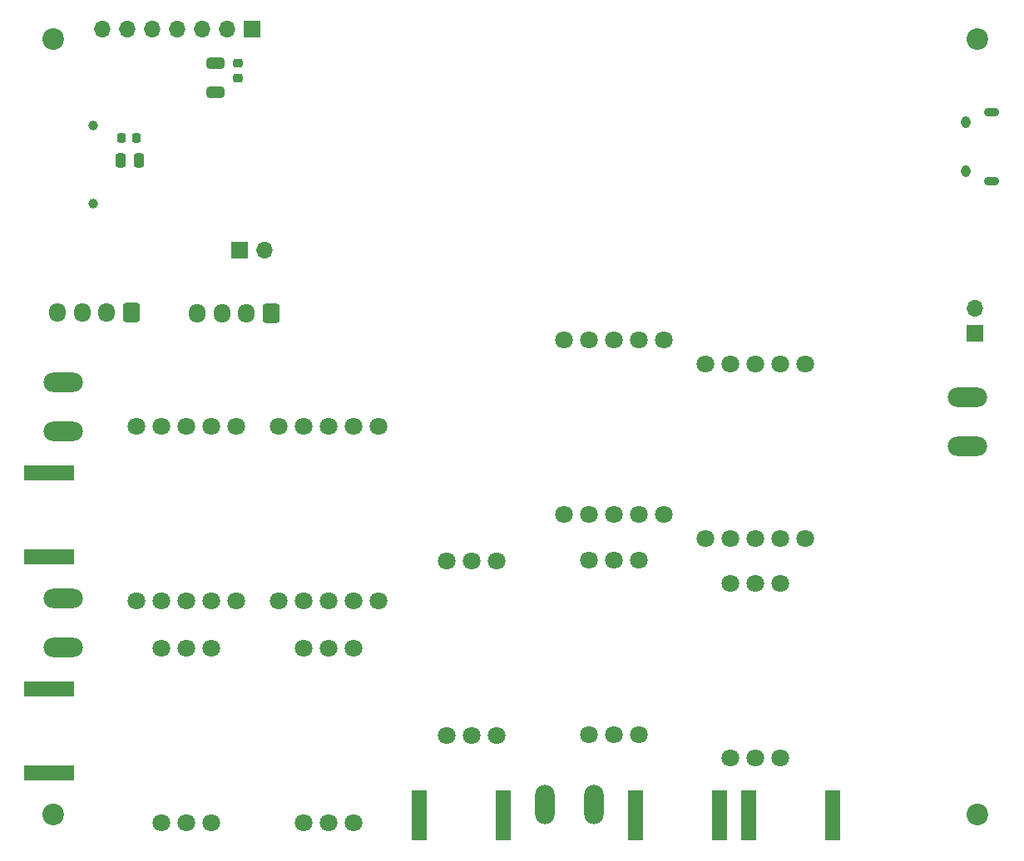
<source format=gbs>
G04 #@! TF.GenerationSoftware,KiCad,Pcbnew,7.0.0-da2b9df05c~171~ubuntu20.04.1*
G04 #@! TF.CreationDate,2023-05-09T13:21:18-04:00*
G04 #@! TF.ProjectId,Phecda_V4,50686563-6461-45f5-9634-2e6b69636164,rev?*
G04 #@! TF.SameCoordinates,Original*
G04 #@! TF.FileFunction,Soldermask,Bot*
G04 #@! TF.FilePolarity,Negative*
%FSLAX46Y46*%
G04 Gerber Fmt 4.6, Leading zero omitted, Abs format (unit mm)*
G04 Created by KiCad (PCBNEW 7.0.0-da2b9df05c~171~ubuntu20.04.1) date 2023-05-09 13:21:18*
%MOMM*%
%LPD*%
G01*
G04 APERTURE LIST*
G04 Aperture macros list*
%AMRoundRect*
0 Rectangle with rounded corners*
0 $1 Rounding radius*
0 $2 $3 $4 $5 $6 $7 $8 $9 X,Y pos of 4 corners*
0 Add a 4 corners polygon primitive as box body*
4,1,4,$2,$3,$4,$5,$6,$7,$8,$9,$2,$3,0*
0 Add four circle primitives for the rounded corners*
1,1,$1+$1,$2,$3*
1,1,$1+$1,$4,$5*
1,1,$1+$1,$6,$7*
1,1,$1+$1,$8,$9*
0 Add four rect primitives between the rounded corners*
20,1,$1+$1,$2,$3,$4,$5,0*
20,1,$1+$1,$4,$5,$6,$7,0*
20,1,$1+$1,$6,$7,$8,$9,0*
20,1,$1+$1,$8,$9,$2,$3,0*%
G04 Aperture macros list end*
%ADD10R,1.700000X1.700000*%
%ADD11O,1.700000X1.700000*%
%ADD12C,2.200000*%
%ADD13R,1.500000X5.080000*%
%ADD14R,5.080000X1.500000*%
%ADD15RoundRect,0.250000X0.600000X0.725000X-0.600000X0.725000X-0.600000X-0.725000X0.600000X-0.725000X0*%
%ADD16O,1.700000X1.950000*%
%ADD17C,1.800000*%
%ADD18O,1.550000X0.890000*%
%ADD19O,0.950000X1.250000*%
%ADD20O,4.000000X2.000000*%
%ADD21O,2.000000X4.000000*%
%ADD22C,1.000000*%
%ADD23RoundRect,0.250000X0.650000X-0.325000X0.650000X0.325000X-0.650000X0.325000X-0.650000X-0.325000X0*%
%ADD24RoundRect,0.225000X0.225000X0.250000X-0.225000X0.250000X-0.225000X-0.250000X0.225000X-0.250000X0*%
%ADD25RoundRect,0.225000X0.250000X-0.225000X0.250000X0.225000X-0.250000X0.225000X-0.250000X-0.225000X0*%
%ADD26RoundRect,0.250000X0.250000X0.475000X-0.250000X0.475000X-0.250000X-0.475000X0.250000X-0.475000X0*%
G04 APERTURE END LIST*
D10*
X62894999Y-63569999D03*
D11*
X65434999Y-63569999D03*
D12*
X44000000Y-42000000D03*
X138000000Y-42000000D03*
D13*
X89749999Y-121137499D03*
X81249999Y-121137499D03*
D14*
X43562499Y-116749999D03*
X43562499Y-108249999D03*
D15*
X66140000Y-69980000D03*
D16*
X63639999Y-69979999D03*
X61139999Y-69979999D03*
X58639999Y-69979999D03*
D17*
X112900000Y-97500000D03*
X115440000Y-97500000D03*
X117980000Y-97500000D03*
X117980000Y-115280000D03*
X115440000Y-115280000D03*
X112900000Y-115280000D03*
D18*
X139499999Y-56499999D03*
D19*
X136799999Y-55499999D03*
X136799999Y-50499999D03*
D18*
X139499999Y-49499999D03*
D12*
X138000000Y-121000000D03*
D17*
X66900000Y-81520000D03*
X69440000Y-81520000D03*
X71980000Y-81520000D03*
X74520000Y-81520000D03*
X77060000Y-81520000D03*
X77060000Y-99300000D03*
X74520000Y-99300000D03*
X71980000Y-99300000D03*
X69440000Y-99300000D03*
X66900000Y-99300000D03*
X54960000Y-104110000D03*
X57500000Y-104110000D03*
X60040000Y-104110000D03*
X60040000Y-121890000D03*
X57500000Y-121890000D03*
X54960000Y-121890000D03*
X52420000Y-81500000D03*
X54960000Y-81500000D03*
X57500000Y-81500000D03*
X60040000Y-81500000D03*
X62580000Y-81500000D03*
X62580000Y-99280000D03*
X60040000Y-99280000D03*
X57500000Y-99280000D03*
X54960000Y-99280000D03*
X52420000Y-99280000D03*
X95920000Y-72720000D03*
X98460000Y-72720000D03*
X101000000Y-72720000D03*
X103540000Y-72720000D03*
X106080000Y-72720000D03*
X106080000Y-90500000D03*
X103540000Y-90500000D03*
X101000000Y-90500000D03*
X98460000Y-90500000D03*
X95920000Y-90500000D03*
X69460000Y-104110000D03*
X72000000Y-104110000D03*
X74540000Y-104110000D03*
X74540000Y-121890000D03*
X72000000Y-121890000D03*
X69460000Y-121890000D03*
D10*
X64199999Y-40999999D03*
D11*
X61659999Y-40999999D03*
X59119999Y-40999999D03*
X56579999Y-40999999D03*
X54039999Y-40999999D03*
X51499999Y-40999999D03*
X48959999Y-40999999D03*
D17*
X98460000Y-95110000D03*
X101000000Y-95110000D03*
X103540000Y-95110000D03*
X103540000Y-112890000D03*
X101000000Y-112890000D03*
X98460000Y-112890000D03*
D20*
X44999999Y-103999999D03*
X44999999Y-98999999D03*
D13*
X123249999Y-121137499D03*
X114749999Y-121137499D03*
D14*
X43562499Y-94749999D03*
X43562499Y-86249999D03*
D17*
X110340000Y-75120000D03*
X112880000Y-75120000D03*
X115420000Y-75120000D03*
X117960000Y-75120000D03*
X120500000Y-75120000D03*
X120500000Y-92900000D03*
X117960000Y-92900000D03*
X115420000Y-92900000D03*
X112880000Y-92900000D03*
X110340000Y-92900000D03*
D20*
X44999999Y-81999999D03*
X44999999Y-76999999D03*
D21*
X98999999Y-119999999D03*
X93999999Y-119999999D03*
D17*
X84000000Y-95220000D03*
X86540000Y-95220000D03*
X89080000Y-95220000D03*
X89080000Y-113000000D03*
X86540000Y-113000000D03*
X84000000Y-113000000D03*
D12*
X44000000Y-121000000D03*
D15*
X51920000Y-69860000D03*
D16*
X49419999Y-69859999D03*
X46919999Y-69859999D03*
X44419999Y-69859999D03*
D22*
X48030000Y-50830000D03*
X48030000Y-58810000D03*
D13*
X111749999Y-121137499D03*
X103249999Y-121137499D03*
D10*
X137799999Y-72039999D03*
D11*
X137799999Y-69499999D03*
D20*
X136999999Y-78499999D03*
X136999999Y-83499999D03*
D23*
X60500000Y-47475000D03*
X60500000Y-44525000D03*
D24*
X52455000Y-52130000D03*
X50905000Y-52130000D03*
D25*
X62730000Y-46045000D03*
X62730000Y-44495000D03*
D26*
X52680000Y-54380000D03*
X50780000Y-54380000D03*
M02*

</source>
